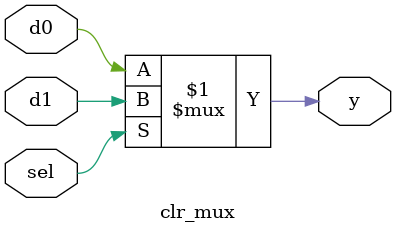
<source format=sv>
module clr_mux(input logic d0,
					input logic sel,
					input logic d1,
					output logic y);
					
					assign y= sel? d1:d0;
					
endmodule
</source>
